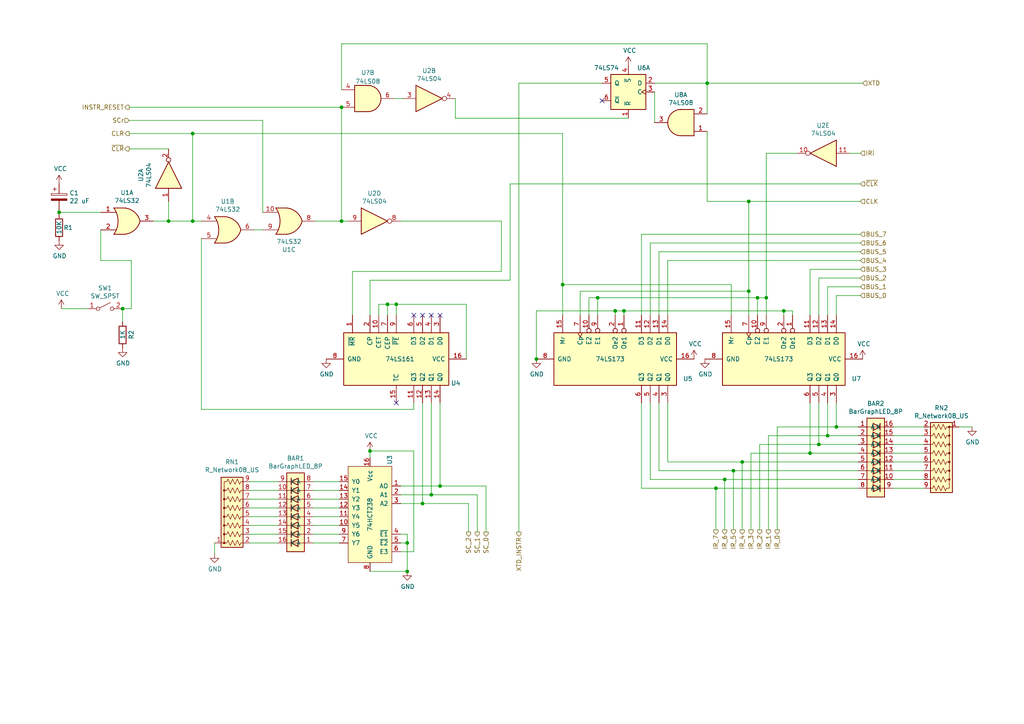
<source format=kicad_sch>
(kicad_sch (version 20211123) (generator eeschema)
  (paper "A4")
  (title_block (title "8 Bit Instruction Register with Extended Flag") (rev "2"))
  (lib_symbols
    (symbol "74xx:74LS04"
      (property "Reference" "U" (at 0 1.27 0))
      (property "Value" "74LS04" (at 0 -1.27 0))
      (symbol "74LS04_1_0"
        (polyline (pts (xy -3.81 3.81) (xy -3.81 -3.81) (xy 3.81 0) (xy -3.81 3.81)) (stroke (width 0.254)) (fill (type background)))
        (pin input line (at -7.62 0 0) (length 3.81) (name "~") (number "1"))
        (pin output inverted (at 7.62 0 180) (length 3.81) (name "~") (number "2"))
      )
      (symbol "74LS04_2_0"
        (polyline (pts (xy -3.81 3.81) (xy -3.81 -3.81) (xy 3.81 0) (xy -3.81 3.81)) (stroke (width 0.254)) (fill (type background)))
        (pin input line (at -7.62 0 0) (length 3.81) (name "~") (number "3"))
        (pin output inverted (at 7.62 0 180) (length 3.81) (name "~") (number "4"))
      )
      (symbol "74LS04_3_0"
        (polyline (pts (xy -3.81 3.81) (xy -3.81 -3.81) (xy 3.81 0) (xy -3.81 3.81)) (stroke (width 0.254)) (fill (type background)))
        (pin input line (at -7.62 0 0) (length 3.81) (name "~") (number "5"))
        (pin output inverted (at 7.62 0 180) (length 3.81) (name "~") (number "6"))
      )
      (symbol "74LS04_4_0"
        (polyline (pts (xy -3.81 3.81) (xy -3.81 -3.81) (xy 3.81 0) (xy -3.81 3.81)) (stroke (width 0.254)) (fill (type background)))
        (pin output inverted (at 7.62 0 180) (length 3.81) (name "~") (number "8"))
        (pin input line (at -7.62 0 0) (length 3.81) (name "~") (number "9"))
      )
      (symbol "74LS04_5_0"
        (polyline (pts (xy -3.81 3.81) (xy -3.81 -3.81) (xy 3.81 0) (xy -3.81 3.81)) (stroke (width 0.254)) (fill (type background)))
        (pin output inverted (at 7.62 0 180) (length 3.81) (name "~") (number "10"))
        (pin input line (at -7.62 0 0) (length 3.81) (name "~") (number "11"))
      )
      (symbol "74LS04_6_0"
        (polyline (pts (xy -3.81 3.81) (xy -3.81 -3.81) (xy 3.81 0) (xy -3.81 3.81)) (stroke (width 0.254)) (fill (type background)))
        (pin output inverted (at 7.62 0 180) (length 3.81) (name "~") (number "12"))
        (pin input line (at -7.62 0 0) (length 3.81) (name "~") (number "13"))
      )
      (symbol "74LS04_7_0"
        (pin power_in line (at 0 12.7 270) (length 5.08) (name "VCC") (number "14"))
        (pin power_in line (at 0 -12.7 90) (length 5.08) (name "GND") (number "7"))
      )
      (symbol "74LS04_7_1"
        (rectangle (start -5.08 7.62) (end 5.08 -7.62) (stroke (width 0.254)) (fill (type background)))
      )
    )
    (symbol "74xx:74LS08" (pin_names (offset 1.016))
      (property "Reference" "U" (at 0 1.27 0))
      (property "Value" "74LS08" (at 0 -1.27 0))
      (symbol "74LS08_1_1"
        (arc (start 0 -3.81) (mid 3.81 0) (end 0 3.81) (stroke (width 0.254)) (fill (type background)))
        (polyline (pts (xy 0 3.81) (xy -3.81 3.81) (xy -3.81 -3.81) (xy 0 -3.81)) (stroke (width 0.254)) (fill (type background)))
        (pin input line (at -7.62 2.54 0) (length 3.81) (name "~") (number "1"))
        (pin input line (at -7.62 -2.54 0) (length 3.81) (name "~") (number "2"))
        (pin output line (at 7.62 0 180) (length 3.81) (name "~") (number "3"))
      )
      (symbol "74LS08_1_2"
        (arc (start -3.81 -3.81) (mid -2.589 0) (end -3.81 3.81) (stroke (width 0.254)))
        (arc (start -0.6096 -3.81) (mid 2.1842 -2.5851) (end 3.81 0) (stroke (width 0.254)) (fill (type background)))
        (polyline (pts (xy -3.81 -3.81) (xy -0.635 -3.81)) (stroke (width 0.254)) (fill (type background)))
        (polyline (pts (xy -3.81 3.81) (xy -0.635 3.81)) (stroke (width 0.254)) (fill (type background)))
        (polyline (pts (xy -0.635 3.81) (xy -3.81 3.81) (xy -3.81 3.81) (xy -3.556 3.4036) (xy -3.0226 2.2606) (xy -2.6924 1.0414) (xy -2.6162 -0.254) (xy -2.7686 -1.4986) (xy -3.175 -2.7178) (xy -3.81 -3.81) (xy -3.81 -3.81) (xy -0.635 -3.81)) (stroke (width -25.4)) (fill (type background)))
        (arc (start 3.81 0) (mid 2.1915 2.5936) (end -0.6096 3.81) (stroke (width 0.254)) (fill (type background)))
        (pin input inverted (at -7.62 2.54 0) (length 4.318) (name "~") (number "1"))
        (pin input inverted (at -7.62 -2.54 0) (length 4.318) (name "~") (number "2"))
        (pin output inverted (at 7.62 0 180) (length 3.81) (name "~") (number "3"))
      )
      (symbol "74LS08_2_1"
        (arc (start 0 -3.81) (mid 3.81 0) (end 0 3.81) (stroke (width 0.254)) (fill (type background)))
        (polyline (pts (xy 0 3.81) (xy -3.81 3.81) (xy -3.81 -3.81) (xy 0 -3.81)) (stroke (width 0.254)) (fill (type background)))
        (pin input line (at -7.62 2.54 0) (length 3.81) (name "~") (number "4"))
        (pin input line (at -7.62 -2.54 0) (length 3.81) (name "~") (number "5"))
        (pin output line (at 7.62 0 180) (length 3.81) (name "~") (number "6"))
      )
      (symbol "74LS08_2_2"
        (arc (start -3.81 -3.81) (mid -2.589 0) (end -3.81 3.81) (stroke (width 0.254)))
        (arc (start -0.6096 -3.81) (mid 2.1842 -2.5851) (end 3.81 0) (stroke (width 0.254)) (fill (type background)))
        (polyline (pts (xy -3.81 -3.81) (xy -0.635 -3.81)) (stroke (width 0.254)) (fill (type background)))
        (polyline (pts (xy -3.81 3.81) (xy -0.635 3.81)) (stroke (width 0.254)) (fill (type background)))
        (polyline (pts (xy -0.635 3.81) (xy -3.81 3.81) (xy -3.81 3.81) (xy -3.556 3.4036) (xy -3.0226 2.2606) (xy -2.6924 1.0414) (xy -2.6162 -0.254) (xy -2.7686 -1.4986) (xy -3.175 -2.7178) (xy -3.81 -3.81) (xy -3.81 -3.81) (xy -0.635 -3.81)) (stroke (width -25.4)) (fill (type background)))
        (arc (start 3.81 0) (mid 2.1915 2.5936) (end -0.6096 3.81) (stroke (width 0.254)) (fill (type background)))
        (pin input inverted (at -7.62 2.54 0) (length 4.318) (name "~") (number "4"))
        (pin input inverted (at -7.62 -2.54 0) (length 4.318) (name "~") (number "5"))
        (pin output inverted (at 7.62 0 180) (length 3.81) (name "~") (number "6"))
      )
      (symbol "74LS08_3_1"
        (arc (start 0 -3.81) (mid 3.81 0) (end 0 3.81) (stroke (width 0.254)) (fill (type background)))
        (polyline (pts (xy 0 3.81) (xy -3.81 3.81) (xy -3.81 -3.81) (xy 0 -3.81)) (stroke (width 0.254)) (fill (type background)))
        (pin input line (at -7.62 -2.54 0) (length 3.81) (name "~") (number "10"))
        (pin output line (at 7.62 0 180) (length 3.81) (name "~") (number "8"))
        (pin input line (at -7.62 2.54 0) (length 3.81) (name "~") (number "9"))
      )
      (symbol "74LS08_3_2"
        (arc (start -3.81 -3.81) (mid -2.589 0) (end -3.81 3.81) (stroke (width 0.254)))
        (arc (start -0.6096 -3.81) (mid 2.1842 -2.5851) (end 3.81 0) (stroke (width 0.254)) (fill (type background)))
        (polyline (pts (xy -3.81 -3.81) (xy -0.635 -3.81)) (stroke (width 0.254)) (fill (type background)))
        (polyline (pts (xy -3.81 3.81) (xy -0.635 3.81)) (stroke (width 0.254)) (fill (type background)))
        (polyline (pts (xy -0.635 3.81) (xy -3.81 3.81) (xy -3.81 3.81) (xy -3.556 3.4036) (xy -3.0226 2.2606) (xy -2.6924 1.0414) (xy -2.6162 -0.254) (xy -2.7686 -1.4986) (xy -3.175 -2.7178) (xy -3.81 -3.81) (xy -3.81 -3.81) (xy -0.635 -3.81)) (stroke (width -25.4)) (fill (type background)))
        (arc (start 3.81 0) (mid 2.1915 2.5936) (end -0.6096 3.81) (stroke (width 0.254)) (fill (type background)))
        (pin input inverted (at -7.62 -2.54 0) (length 4.318) (name "~") (number "10"))
        (pin output inverted (at 7.62 0 180) (length 3.81) (name "~") (number "8"))
        (pin input inverted (at -7.62 2.54 0) (length 4.318) (name "~") (number "9"))
      )
      (symbol "74LS08_4_1"
        (arc (start 0 -3.81) (mid 3.81 0) (end 0 3.81) (stroke (width 0.254)) (fill (type background)))
        (polyline (pts (xy 0 3.81) (xy -3.81 3.81) (xy -3.81 -3.81) (xy 0 -3.81)) (stroke (width 0.254)) (fill (type background)))
        (pin output line (at 7.62 0 180) (length 3.81) (name "~") (number "11"))
        (pin input line (at -7.62 2.54 0) (length 3.81) (name "~") (number "12"))
        (pin input line (at -7.62 -2.54 0) (length 3.81) (name "~") (number "13"))
      )
      (symbol "74LS08_4_2"
        (arc (start -3.81 -3.81) (mid -2.589 0) (end -3.81 3.81) (stroke (width 0.254)))
        (arc (start -0.6096 -3.81) (mid 2.1842 -2.5851) (end 3.81 0) (stroke (width 0.254)) (fill (type background)))
        (polyline (pts (xy -3.81 -3.81) (xy -0.635 -3.81)) (stroke (width 0.254)) (fill (type background)))
        (polyline (pts (xy -3.81 3.81) (xy -0.635 3.81)) (stroke (width 0.254)) (fill (type background)))
        (polyline (pts (xy -0.635 3.81) (xy -3.81 3.81) (xy -3.81 3.81) (xy -3.556 3.4036) (xy -3.0226 2.2606) (xy -2.6924 1.0414) (xy -2.6162 -0.254) (xy -2.7686 -1.4986) (xy -3.175 -2.7178) (xy -3.81 -3.81) (xy -3.81 -3.81) (xy -0.635 -3.81)) (stroke (width -25.4)) (fill (type background)))
        (arc (start 3.81 0) (mid 2.1915 2.5936) (end -0.6096 3.81) (stroke (width 0.254)) (fill (type background)))
        (pin output inverted (at 7.62 0 180) (length 3.81) (name "~") (number "11"))
        (pin input inverted (at -7.62 2.54 0) (length 4.318) (name "~") (number "12"))
        (pin input inverted (at -7.62 -2.54 0) (length 4.318) (name "~") (number "13"))
      )
      (symbol "74LS08_5_0"
        (pin power_in line (at 0 12.7 270) (length 5.08) (name "VCC") (number "14"))
        (pin power_in line (at 0 -12.7 90) (length 5.08) (name "GND") (number "7"))
      )
      (symbol "74LS08_5_1"
        (rectangle (start -5.08 7.62) (end 5.08 -7.62) (stroke (width 0.254)) (fill (type background)))
      )
    )
    (symbol "74xx:74LS161" (pin_names (offset 1.016))
      (property "Reference" "U" (at -7.62 16.51 0))
      (property "Value" "74LS161" (at -7.62 -16.51 0))
      (symbol "74LS161_1_0"
        (pin input line (at -12.7 -12.7 0) (length 5.08) (name "~{MR}") (number "1"))
        (pin input line (at -12.7 -5.08 0) (length 5.08) (name "CET") (number "10"))
        (pin output line (at 12.7 5.08 180) (length 5.08) (name "Q3") (number "11"))
        (pin output line (at 12.7 7.62 180) (length 5.08) (name "Q2") (number "12"))
        (pin output line (at 12.7 10.16 180) (length 5.08) (name "Q1") (number "13"))
        (pin output line (at 12.7 12.7 180) (length 5.08) (name "Q0") (number "14"))
        (pin output line (at 12.7 0 180) (length 5.08) (name "TC") (number "15"))
        (pin power_in line (at 0 20.32 270) (length 5.08) (name "VCC") (number "16"))
        (pin input line (at -12.7 -7.62 0) (length 5.08) (name "CP") (number "2"))
        (pin input line (at -12.7 12.7 0) (length 5.08) (name "D0") (number "3"))
        (pin input line (at -12.7 10.16 0) (length 5.08) (name "D1") (number "4"))
        (pin input line (at -12.7 7.62 0) (length 5.08) (name "D2") (number "5"))
        (pin input line (at -12.7 5.08 0) (length 5.08) (name "D3") (number "6"))
        (pin input line (at -12.7 -2.54 0) (length 5.08) (name "CEP") (number "7"))
        (pin power_in line (at 0 -20.32 90) (length 5.08) (name "GND") (number "8"))
        (pin input line (at -12.7 0 0) (length 5.08) (name "~{PE}") (number "9"))
      )
      (symbol "74LS161_1_1"
        (rectangle (start -7.62 15.24) (end 7.62 -15.24) (stroke (width 0.254)) (fill (type background)))
      )
    )
    (symbol "74xx:74LS173" (pin_names (offset 1.016))
      (property "Reference" "U" (at -7.62 19.05 0))
      (property "Value" "74LS173" (at -7.62 -19.05 0))
      (symbol "74LS173_1_0"
        (pin input inverted (at -12.7 2.54 0) (length 5.08) (name "Oe1") (number "1"))
        (pin input inverted (at -12.7 -7.62 0) (length 5.08) (name "E2") (number "10"))
        (pin input line (at -12.7 7.62 0) (length 5.08) (name "D3") (number "11"))
        (pin input line (at -12.7 10.16 0) (length 5.08) (name "D2") (number "12"))
        (pin input line (at -12.7 12.7 0) (length 5.08) (name "D1") (number "13"))
        (pin input line (at -12.7 15.24 0) (length 5.08) (name "D0") (number "14"))
        (pin input line (at -12.7 -15.24 0) (length 5.08) (name "Mr") (number "15"))
        (pin power_in line (at 0 22.86 270) (length 5.08) (name "VCC") (number "16"))
        (pin input inverted (at -12.7 0 0) (length 5.08) (name "Oe2") (number "2"))
        (pin tri_state line (at 12.7 15.24 180) (length 5.08) (name "Q0") (number "3"))
        (pin tri_state line (at 12.7 12.7 180) (length 5.08) (name "Q1") (number "4"))
        (pin tri_state line (at 12.7 10.16 180) (length 5.08) (name "Q2") (number "5"))
        (pin tri_state line (at 12.7 7.62 180) (length 5.08) (name "Q3") (number "6"))
        (pin input clock (at -12.7 -10.16 0) (length 5.08) (name "Cp") (number "7"))
        (pin power_in line (at 0 -22.86 90) (length 5.08) (name "GND") (number "8"))
        (pin input inverted (at -12.7 -5.08 0) (length 5.08) (name "E1") (number "9"))
      )
      (symbol "74LS173_1_1"
        (rectangle (start -7.62 17.78) (end 7.62 -17.78) (stroke (width 0.254)) (fill (type background)))
      )
    )
    (symbol "74xx:74LS32" (pin_names (offset 1.016))
      (property "Reference" "U" (at 0 1.27 0))
      (property "Value" "74LS32" (at 0 -1.27 0))
      (symbol "74LS32_1_1"
        (arc (start -3.81 -3.81) (mid -2.589 0) (end -3.81 3.81) (stroke (width 0.254)))
        (arc (start -0.6096 -3.81) (mid 2.1842 -2.5851) (end 3.81 0) (stroke (width 0.254)) (fill (type background)))
        (polyline (pts (xy -3.81 -3.81) (xy -0.635 -3.81)) (stroke (width 0.254)) (fill (type background)))
        (polyline (pts (xy -3.81 3.81) (xy -0.635 3.81)) (stroke (width 0.254)) (fill (type background)))
        (polyline (pts (xy -0.635 3.81) (xy -3.81 3.81) (xy -3.81 3.81) (xy -3.556 3.4036) (xy -3.0226 2.2606) (xy -2.6924 1.0414) (xy -2.6162 -0.254) (xy -2.7686 -1.4986) (xy -3.175 -2.7178) (xy -3.81 -3.81) (xy -3.81 -3.81) (xy -0.635 -3.81)) (stroke (width -25.4)) (fill (type background)))
        (arc (start 3.81 0) (mid 2.1915 2.5936) (end -0.6096 3.81) (stroke (width 0.254)) (fill (type background)))
        (pin input line (at -7.62 2.54 0) (length 4.318) (name "~") (number "1"))
        (pin input line (at -7.62 -2.54 0) (length 4.318) (name "~") (number "2"))
        (pin output line (at 7.62 0 180) (length 3.81) (name "~") (number "3"))
      )
      (symbol "74LS32_1_2"
        (arc (start 0 -3.81) (mid 3.81 0) (end 0 3.81) (stroke (width 0.254)) (fill (type background)))
        (polyline (pts (xy 0 3.81) (xy -3.81 3.81) (xy -3.81 -3.81) (xy 0 -3.81)) (stroke (width 0.254)) (fill (type background)))
        (pin input inverted (at -7.62 2.54 0) (length 3.81) (name "~") (number "1"))
        (pin input inverted (at -7.62 -2.54 0) (length 3.81) (name "~") (number "2"))
        (pin output inverted (at 7.62 0 180) (length 3.81) (name "~") (number "3"))
      )
      (symbol "74LS32_2_1"
        (arc (start -3.81 -3.81) (mid -2.589 0) (end -3.81 3.81) (stroke (width 0.254)))
        (arc (start -0.6096 -3.81) (mid 2.1842 -2.5851) (end 3.81 0) (stroke (width 0.254)) (fill (type background)))
        (polyline (pts (xy -3.81 -3.81) (xy -0.635 -3.81)) (stroke (width 0.254)) (fill (type background)))
        (polyline (pts (xy -3.81 3.81) (xy -0.635 3.81)) (stroke (width 0.254)) (fill (type background)))
        (polyline (pts (xy -0.635 3.81) (xy -3.81 3.81) (xy -3.81 3.81) (xy -3.556 3.4036) (xy -3.0226 2.2606) (xy -2.6924 1.0414) (xy -2.6162 -0.254) (xy -2.7686 -1.4986) (xy -3.175 -2.7178) (xy -3.81 -3.81) (xy -3.81 -3.81) (xy -0.635 -3.81)) (stroke (width -25.4)) (fill (type background)))
        (arc (start 3.81 0) (mid 2.1915 2.5936) (end -0.6096 3.81) (stroke (width 0.254)) (fill (type background)))
        (pin input line (at -7.62 2.54 0) (length 4.318) (name "~") (number "4"))
        (pin input line (at -7.62 -2.54 0) (length 4.318) (name "~") (number "5"))
        (pin output line (at 7.62 0 180) (length 3.81) (name "~") (number "6"))
      )
      (symbol "74LS32_2_2"
        (arc (start 0 -3.81) (mid 3.81 0) (end 0 3.81) (stroke (width 0.254)) (fill (type background)))
        (polyline (pts (xy 0 3.81) (xy -3.81 3.81) (xy -3.81 -3.81) (xy 0 -3.81)) (stroke (width 0.254)) (fill (type background)))
        (pin input inverted (at -7.62 2.54 0) (length 3.81) (name "~") (number "4"))
        (pin input inverted (at -7.62 -2.54 0) (length 3.81) (name "~") (number "5"))
        (pin output inverted (at 7.62 0 180) (length 3.81) (name "~") (number "6"))
      )
      (symbol "74LS32_3_1"
        (arc (start -3.81 -3.81) (mid -2.589 0) (end -3.81 3.81) (stroke (width 0.254)))
        (arc (start -0.6096 -3.81) (mid 2.1842 -2.5851) (end 3.81 0) (stroke (width 0.254)) (fill (type background)))
        (polyline (pts (xy -3.81 -3.81) (xy -0.635 -3.81)) (stroke (width 0.254)) (fill (type background)))
        (polyline (pts (xy -3.81 3.81) (xy -0.635 3.81)) (stroke (width 0.254)) (fill (type background)))
        (polyline (pts (xy -0.635 3.81) (xy -3.81 3.81) (xy -3.81 3.81) (xy -3.556 3.4036) (xy -3.0226 2.2606) (xy -2.6924 1.0414) (xy -2.6162 -0.254) (xy -2.7686 -1.4986) (xy -3.175 -2.7178) (xy -3.81 -3.81) (xy -3.81 -3.81) (xy -0.635 -3.81)) (stroke (width -25.4)) (fill (type background)))
        (arc (start 3.81 0) (mid 2.1915 2.5936) (end -0.6096 3.81) (stroke (width 0.254)) (fill (type background)))
        (pin input line (at -7.62 -2.54 0) (length 4.318) (name "~") (number "10"))
        (pin output line (at 7.62 0 180) (length 3.81) (name "~") (number "8"))
        (pin input line (at -7.62 2.54 0) (length 4.318) (name "~") (number "9"))
      )
      (symbol "74LS32_3_2"
        (arc (start 0 -3.81) (mid 3.81 0) (end 0 3.81) (stroke (width 0.254)) (fill (type background)))
        (polyline (pts (xy 0 3.81) (xy -3.81 3.81) (xy -3.81 -3.81) (xy 0 -3.81)) (stroke (width 0.254)) (fill (type background)))
        (pin input inverted (at -7.62 -2.54 0) (length 3.81) (name "~") (number "10"))
        (pin output inverted (at 7.62 0 180) (length 3.81) (name "~") (number "8"))
        (pin input inverted (at -7.62 2.54 0) (length 3.81) (name "~") (number "9"))
      )
      (symbol "74LS32_4_1"
        (arc (start -3.81 -3.81) (mid -2.589 0) (end -3.81 3.81) (stroke (width 0.254)))
        (arc (start -0.6096 -3.81) (mid 2.1842 -2.5851) (end 3.81 0) (stroke (width 0.254)) (fill (type background)))
        (polyline (pts (xy -3.81 -3.81) (xy -0.635 -3.81)) (stroke (width 0.254)) (fill (type background)))
        (polyline (pts (xy -3.81 3.81) (xy -0.635 3.81)) (stroke (width 0.254)) (fill (type background)))
        (polyline (pts (xy -0.635 3.81) (xy -3.81 3.81) (xy -3.81 3.81) (xy -3.556 3.4036) (xy -3.0226 2.2606) (xy -2.6924 1.0414) (xy -2.6162 -0.254) (xy -2.7686 -1.4986) (xy -3.175 -2.7178) (xy -3.81 -3.81) (xy -3.81 -3.81) (xy -0.635 -3.81)) (stroke (width -25.4)) (fill (type background)))
        (arc (start 3.81 0) (mid 2.1915 2.5936) (end -0.6096 3.81) (stroke (width 0.254)) (fill (type background)))
        (pin output line (at 7.62 0 180) (length 3.81) (name "~") (number "11"))
        (pin input line (at -7.62 2.54 0) (length 4.318) (name "~") (number "12"))
        (pin input line (at -7.62 -2.54 0) (length 4.318) (name "~") (number "13"))
      )
      (symbol "74LS32_4_2"
        (arc (start 0 -3.81) (mid 3.81 0) (end 0 3.81) (stroke (width 0.254)) (fill (type background)))
        (polyline (pts (xy 0 3.81) (xy -3.81 3.81) (xy -3.81 -3.81) (xy 0 -3.81)) (stroke (width 0.254)) (fill (type background)))
        (pin output inverted (at 7.62 0 180) (length 3.81) (name "~") (number "11"))
        (pin input inverted (at -7.62 2.54 0) (length 3.81) (name "~") (number "12"))
        (pin input inverted (at -7.62 -2.54 0) (length 3.81) (name "~") (number "13"))
      )
      (symbol "74LS32_5_0"
        (pin power_in line (at 0 12.7 270) (length 5.08) (name "VCC") (number "14"))
        (pin power_in line (at 0 -12.7 90) (length 5.08) (name "GND") (number "7"))
      )
      (symbol "74LS32_5_1"
        (rectangle (start -5.08 7.62) (end 5.08 -7.62) (stroke (width 0.254)) (fill (type background)))
      )
    )
    (symbol "74xx:74LS74" (pin_names (offset 1.016))
      (property "Reference" "U" (at -7.62 8.89 0))
      (property "Value" "74LS74" (at -7.62 -8.89 0))
      (symbol "74LS74_1_0"
        (pin input line (at 0 -7.62 90) (length 2.54) (name "~{R}") (number "1"))
        (pin input line (at -7.62 2.54 0) (length 2.54) (name "D") (number "2"))
        (pin input clock (at -7.62 0 0) (length 2.54) (name "C") (number "3"))
        (pin input line (at 0 7.62 270) (length 2.54) (name "~{S}") (number "4"))
        (pin output line (at 7.62 2.54 180) (length 2.54) (name "Q") (number "5"))
        (pin output line (at 7.62 -2.54 180) (length 2.54) (name "~{Q}") (number "6"))
      )
      (symbol "74LS74_1_1"
        (rectangle (start -5.08 5.08) (end 5.08 -5.08) (stroke (width 0.254)) (fill (type background)))
      )
      (symbol "74LS74_2_0"
        (pin input line (at 0 7.62 270) (length 2.54) (name "~{S}") (number "10"))
        (pin input clock (at -7.62 0 0) (length 2.54) (name "C") (number "11"))
        (pin input line (at -7.62 2.54 0) (length 2.54) (name "D") (number "12"))
        (pin input line (at 0 -7.62 90) (length 2.54) (name "~{R}") (number "13"))
        (pin output line (at 7.62 -2.54 180) (length 2.54) (name "~{Q}") (number "8"))
        (pin output line (at 7.62 2.54 180) (length 2.54) (name "Q") (number "9"))
      )
      (symbol "74LS74_2_1"
        (rectangle (start -5.08 5.08) (end 5.08 -5.08) (stroke (width 0.254)) (fill (type background)))
      )
      (symbol "74LS74_3_0"
        (pin power_in line (at 0 10.16 270) (length 2.54) (name "VCC") (number "14"))
        (pin power_in line (at 0 -10.16 90) (length 2.54) (name "GND") (number "7"))
      )
      (symbol "74LS74_3_1"
        (rectangle (start -5.08 7.62) (end 5.08 -7.62) (stroke (width 0.254)) (fill (type background)))
      )
    )
    (symbol "Device:R" (pin_numbers hide) (pin_names (offset 0))
      (property "Reference" "R" (at 2.032 0 90))
      (property "Value" "R" (at 0 0 90))
      (symbol "R_0_1"
        (rectangle (start -1.016 -2.54) (end 1.016 2.54) (stroke (width 0.254)))
      )
      (symbol "R_1_1"
        (pin passive line (at 0 3.81 270) (length 1.27) (name "~") (number "1"))
        (pin passive line (at 0 -3.81 90) (length 1.27) (name "~") (number "2"))
      )
    )
    (symbol "Device:R_Network08_US" (pin_names (offset 0) hide)
      (property "Reference" "RN" (at -12.7 0 90))
      (property "Value" "R_Network08_US" (at 10.16 0 90))
      (symbol "R_Network08_US_0_1"
        (rectangle (start -11.43 -3.175) (end 8.89 3.175) (stroke (width 0.254)) (fill (type background)))
        (circle (center -10.16 2.286) (radius 0.254) (fill (type outline)))
        (circle (center -7.62 2.286) (radius 0.254) (fill (type outline)))
        (circle (center -5.08 2.286) (radius 0.254) (fill (type outline)))
        (circle (center -2.54 2.286) (radius 0.254) (fill (type outline)))
        (polyline (pts (xy -10.16 2.286) (xy 7.62 2.286)))
        (polyline (pts (xy -10.16 2.286) (xy -10.16 1.524) (xy -9.398 1.1684) (xy -10.922 0.508) (xy -9.398 -0.1524) (xy -10.922 -0.8382) (xy -9.398 -1.524) (xy -10.922 -2.1844) (xy -10.16 -2.54) (xy -10.16 -3.81)))
        (polyline (pts (xy -7.62 2.286) (xy -7.62 1.524) (xy -6.858 1.1684) (xy -8.382 0.508) (xy -6.858 -0.1524) (xy -8.382 -0.8382) (xy -6.858 -1.524) (xy -8.382 -2.1844) (xy -7.62 -2.54) (xy -7.62 -3.81)))
        (polyline (pts (xy -5.08 2.286) (xy -5.08 1.524) (xy -4.318 1.1684) (xy -5.842 0.508) (xy -4.318 -0.1524) (xy -5.842 -0.8382) (xy -4.318 -1.524) (xy -5.842 -2.1844) (xy -5.08 -2.54) (xy -5.08 -3.81)))
        (polyline (pts (xy -2.54 2.286) (xy -2.54 1.524) (xy -1.778 1.1684) (xy -3.302 0.508) (xy -1.778 -0.1524) (xy -3.302 -0.8382) (xy -1.778 -1.524) (xy -3.302 -2.1844) (xy -2.54 -2.54) (xy -2.54 -3.81)))
        (polyline (pts (xy 0 2.286) (xy 0 1.524) (xy 0.762 1.1684) (xy -0.762 0.508) (xy 0.762 -0.1524) (xy -0.762 -0.8382) (xy 0.762 -1.524) (xy -0.762 -2.1844) (xy 0 -2.54) (xy 0 -3.81)))
        (polyline (pts (xy 2.54 2.286) (xy 2.54 1.524) (xy 3.302 1.1684) (xy 1.778 0.508) (xy 3.302 -0.1524) (xy 1.778 -0.8382) (xy 3.302 -1.524) (xy 1.778 -2.1844) (xy 2.54 -2.54) (xy 2.54 -3.81)))
        (polyline (pts (xy 5.08 2.286) (xy 5.08 1.524) (xy 5.842 1.1684) (xy 4.318 0.508) (xy 5.842 -0.1524) (xy 4.318 -0.8382) (xy 5.842 -1.524) (xy 4.318 -2.1844) (xy 5.08 -2.54) (xy 5.08 -3.81)))
        (polyline (pts (xy 7.62 2.286) (xy 7.62 1.524) (xy 8.382 1.1684) (xy 6.858 0.508) (xy 8.382 -0.1524) (xy 6.858 -0.8382) (xy 8.382 -1.524) (xy 6.858 -2.1844) (xy 7.62 -2.54) (xy 7.62 -3.81)))
        (circle (center 0 2.286) (radius 0.254) (fill (type outline)))
        (circle (center 2.54 2.286) (radius 0.254) (fill (type outline)))
        (circle (center 5.08 2.286) (radius 0.254) (fill (type outline)))
      )
      (symbol "R_Network08_US_1_1"
        (pin passive line (at -10.16 5.08 270) (length 2.54) (name "common") (number "1"))
        (pin passive line (at -10.16 -5.08 90) (length 1.27) (name "R1") (number "2"))
        (pin passive line (at -7.62 -5.08 90) (length 1.27) (name "R2") (number "3"))
        (pin passive line (at -5.08 -5.08 90) (length 1.27) (name "R3") (number "4"))
        (pin passive line (at -2.54 -5.08 90) (length 1.27) (name "R4") (number "5"))
        (pin passive line (at 0 -5.08 90) (length 1.27) (name "R5") (number "6"))
        (pin passive line (at 2.54 -5.08 90) (length 1.27) (name "R6") (number "7"))
        (pin passive line (at 5.08 -5.08 90) (length 1.27) (name "R7") (number "8"))
        (pin passive line (at 7.62 -5.08 90) (length 1.27) (name "R8") (number "9"))
      )
    )
    (symbol "Switch:SW_SPST" (pin_names (offset 0) hide)
      (property "Reference" "SW" (at 0 3.175 0))
      (property "Value" "SW_SPST" (at 0 -2.54 0))
      (symbol "SW_SPST_0_0"
        (circle (center -2.032 0) (radius 0.508))
        (polyline (pts (xy -1.524 0.254) (xy 1.524 1.778)))
        (circle (center 2.032 0) (radius 0.508))
      )
      (symbol "SW_SPST_1_1"
        (pin passive line (at -5.08 0 0) (length 2.54) (name "A") (number "1"))
        (pin passive line (at 5.08 0 180) (length 2.54) (name "B") (number "2"))
      )
    )
    (symbol "common-symbols:74HCT238" (pin_names (offset 1.016))
      (property "Reference" "U" (at 15.875 31.115 0))
      (property "Value" "74HCT238" (at 0 0 90))
      (symbol "74HCT238_0_0"
        (pin input line (at -8.89 7.62 0) (length 2.54) (name "AO") (number "1"))
        (pin output line (at 8.89 -3.81 180) (length 2.54) (name "Y5") (number "10"))
        (pin output line (at 8.89 -1.27 180) (length 2.54) (name "Y4") (number "11"))
        (pin output line (at 8.89 1.27 180) (length 2.54) (name "Y3") (number "12"))
        (pin output line (at 8.89 3.81 180) (length 2.54) (name "Y2") (number "13"))
        (pin output line (at 8.89 6.35 180) (length 2.54) (name "Y1") (number "14"))
        (pin output line (at 8.89 8.89 180) (length 2.54) (name "Y0") (number "15"))
        (pin power_in line (at 0 15.875 270) (length 2.54) (name "Vcc") (number "16"))
        (pin input line (at -8.89 5.08 0) (length 2.54) (name "A1") (number "2"))
        (pin input line (at -8.89 2.54 0) (length 2.54) (name "A2") (number "3"))
        (pin input line (at -8.89 -6.35 0) (length 2.54) (name "~{E1}") (number "4"))
        (pin input line (at -8.89 -8.89 0) (length 2.54) (name "~{E2}") (number "5"))
        (pin input line (at -8.89 -11.43 0) (length 2.54) (name "E3") (number "6"))
        (pin output line (at 8.89 -8.89 180) (length 2.54) (name "Y7") (number "7"))
        (pin power_in line (at 0 -17.145 90) (length 2.54) (name "GND") (number "8"))
        (pin output line (at 8.89 -6.35 180) (length 2.54) (name "Y6") (number "9"))
      )
      (symbol "74HCT238_0_1"
        (rectangle (start 6.35 -14.605) (end -6.35 13.335) (fill (type background)))
      )
    )
    (symbol "common-symbols:BarGraphLED_8P" (pin_names (offset 1.016))
      (property "Reference" "BAR" (at 0 13.97 0))
      (property "Value" "BarGraphLED_8P" (at 0 -12.065 0))
      (symbol "BarGraphLED_8P_1_1"
        (rectangle (start -2.54 12.7) (end 2.54 -10.16) (stroke (width 0.254)) (fill (type background)))
        (polyline (pts (xy -2.54 -7.62) (xy 2.54 -7.62)))
        (polyline (pts (xy -2.54 -5.08) (xy 2.54 -5.08)))
        (polyline (pts (xy -2.54 0) (xy 2.54 0)))
        (polyline (pts (xy -2.54 5.08) (xy 2.54 5.08)))
        (polyline (pts (xy -2.54 7.62) (xy 2.54 7.62)))
        (polyline (pts (xy -2.54 10.16) (xy 2.54 10.16)))
        (polyline (pts (xy 1.27 -6.604) (xy 1.27 -8.636)) (stroke (width 0.254)))
        (polyline (pts (xy 1.27 -4.064) (xy 1.27 -6.096)) (stroke (width 0.254)))
        (polyline (pts (xy 1.27 -1.524) (xy 1.27 -3.556)) (stroke (width 0.254)))
        (polyline (pts (xy 1.27 1.016) (xy 1.27 -1.016)) (stroke (width 0.254)))
        (polyline (pts (xy 1.27 3.556) (xy 1.27 1.524)) (stroke (width 0.254)))
        (polyline (pts (xy 1.27 6.096) (xy 1.27 4.064)) (stroke (width 0.254)))
        (polyline (pts (xy 1.27 8.636) (xy 1.27 6.604)) (stroke (width 0.254)))
        (polyline (pts (xy 1.27 11.176) (xy 1.27 9.144)) (stroke (width 0.254)))
        (polyline (pts (xy 2.54 -2.54) (xy -2.54 -2.54)))
        (polyline (pts (xy 2.54 2.54) (xy -2.54 2.54)))
        (polyline (pts (xy -0.762 -6.604) (xy -0.762 -8.636) (xy 1.27 -7.62) (xy -0.762 -6.604)) (stroke (width 0.254)))
        (polyline (pts (xy -0.762 -4.064) (xy -0.762 -6.096) (xy 1.27 -5.08) (xy -0.762 -4.064)) (stroke (width 0.254)))
        (polyline (pts (xy -0.762 -1.524) (xy -0.762 -3.556) (xy 1.27 -2.54) (xy -0.762 -1.524)) (stroke (width 0.254)))
        (polyline (pts (xy -0.762 1.016) (xy -0.762 -1.016) (xy 1.27 0) (xy -0.762 1.016)) (stroke (width 0.254)))
        (polyline (pts (xy -0.762 3.556) (xy -0.762 1.524) (xy 1.27 2.54) (xy -0.762 3.556)) (stroke (width 0.254)))
        (polyline (pts (xy -0.762 6.096) (xy -0.762 4.064) (xy 1.27 5.08) (xy -0.762 6.096)) (stroke (width 0.254)))
        (polyline (pts (xy -0.762 8.636) (xy -0.762 6.604) (xy 1.27 7.62) (xy -0.762 8.636)) (stroke (width 0.254)))
        (polyline (pts (xy -0.762 11.176) (xy -0.762 9.144) (xy 1.27 10.16) (xy -0.762 11.176)) (stroke (width 0.254)))
        (pin passive line (at -5.08 10.16 0) (length 2.54) (name "A") (number "1"))
        (pin passive line (at 5.08 -5.08 180) (length 2.54) (name "K") (number "10"))
        (pin passive line (at 5.08 -2.54 180) (length 2.54) (name "K") (number "11"))
        (pin passive line (at 5.08 0 180) (length 2.54) (name "K") (number "12"))
        (pin passive line (at 5.08 2.54 180) (length 2.54) (name "K") (number "13"))
        (pin passive line (at 5.08 5.08 180) (length 2.54) (name "K") (number "14"))
        (pin passive line (at 5.08 7.62 180) (length 2.54) (name "K") (number "15"))
        (pin passive line (at 5.08 10.16 180) (length 2.54) (name "K") (number "16"))
        (pin passive line (at -5.08 7.62 0) (length 2.54) (name "A") (number "2"))
        (pin passive line (at -5.08 5.08 0) (length 2.54) (name "A") (number "3"))
        (pin passive line (at -5.08 2.54 0) (length 2.54) (name "A") (number "4"))
        (pin passive line (at -5.08 0 0) (length 2.54) (name "A") (number "5"))
        (pin passive line (at -5.08 -2.54 0) (length 2.54) (name "A") (number "6"))
        (pin passive line (at -5.08 -5.08 0) (length 2.54) (name "A") (number "7"))
        (pin passive line (at -5.08 -7.62 0) (length 2.54) (name "A") (number "8"))
        (pin passive line (at 5.08 -7.62 180) (length 2.54) (name "K") (number "9"))
      )
    )
    (symbol "instruction-register-step-counter-rescue:CP-Device" (pin_numbers hide) (pin_names (offset 0.254))
      (property "Reference" "C" (at 0.635 2.54 0))
      (property "Value" "CP-Device" (at 0.635 -2.54 0))
      (symbol "CP-Device_0_1"
        (rectangle (start -2.286 0.508) (end 2.286 1.016))
        (polyline (pts (xy -1.778 2.286) (xy -0.762 2.286)))
        (polyline (pts (xy -1.27 2.794) (xy -1.27 1.778)))
        (rectangle (start 2.286 -0.508) (end -2.286 -1.016) (fill (type outline)))
      )
      (symbol "CP-Device_1_1"
        (pin passive line (at 0 3.81 270) (length 2.794) (name "~") (number "1"))
        (pin passive line (at 0 -3.81 90) (length 2.794) (name "~") (number "2"))
      )
    )
    (symbol "power:GND" (power) (pin_names (offset 0))
      (property "Value" "GND" (at 0 -3.81 0))
      (symbol "GND_0_1"
        (polyline (pts (xy 0 0) (xy 0 -1.27) (xy 1.27 -1.27) (xy 0 -2.54) (xy -1.27 -1.27) (xy 0 -1.27)))
      )
      (symbol "GND_1_1"
        (pin power_in line (at 0 0 270) (length 0) hide (name "GND") (number "1"))
      )
    )
    (symbol "power:VCC" (power) (pin_names (offset 0))
      (property "Value" "VCC" (at 0 3.81 0))
      (symbol "VCC_0_1"
        (polyline (pts (xy -0.762 1.27) (xy 0 2.54)))
        (polyline (pts (xy 0 0) (xy 0 2.54)))
        (polyline (pts (xy 0 2.54) (xy 0.762 1.27)))
      )
      (symbol "VCC_1_1"
        (pin power_in line (at 0 0 90) (length 0) hide (name "VCC") (number "1"))
      )
    )
  )
  (junction (at 242.57 123.825))
  (junction (at 107.315 130.81))
  (junction (at 240.03 126.365))
  (junction (at 48.895 64.135))
  (junction (at 112.395 88.265))
  (junction (at 55.88 64.135))
  (junction (at 180.975 90.17))
  (junction (at 215.265 133.985))
  (junction (at 237.49 128.905))
  (junction (at 118.11 157.48))
  (junction (at 55.88 38.735))
  (junction (at 205.105 24.13))
  (junction (at 17.145 61.595))
  (junction (at 222.25 86.36))
  (junction (at 217.17 84.455))
  (junction (at 173.355 86.36))
  (junction (at 35.56 89.535))
  (junction (at 207.645 141.605))
  (junction (at 99.06 64.135))
  (junction (at 122.555 146.05))
  (junction (at 210.185 139.065))
  (junction (at 125.095 143.51))
  (junction (at 217.17 58.42))
  (junction (at 227.33 90.17))
  (junction (at 118.11 165.735))
  (junction (at 99.06 31.115))
  (junction (at 212.725 136.525))
  (junction (at 127.635 140.97))
  (junction (at 178.435 90.17))
  (junction (at 219.71 86.36))
  (junction (at 163.195 82.55))
  (junction (at 114.935 88.265))
  (junction (at 234.95 131.445))
  (junction (at 155.575 104.14))
  (no_connect (at 174.625 29.21))
  (no_connect (at 120.015 91.44))
  (no_connect (at 122.555 91.44))
  (no_connect (at 114.935 116.84))
  (no_connect (at 127.635 91.44))
  (no_connect (at 125.095 91.44))
  (wire (pts (xy 189.865 24.13) (xy 205.105 24.13)))
  (wire (pts (xy 242.57 123.825) (xy 248.92 123.825)))
  (wire (pts (xy 17.145 60.96) (xy 17.145 61.595)))
  (wire (pts (xy 140.97 140.97) (xy 140.97 154.305)))
  (wire (pts (xy 212.725 136.525) (xy 248.92 136.525)))
  (wire (pts (xy 58.42 64.135) (xy 55.88 64.135)))
  (wire (pts (xy 163.195 82.55) (xy 163.195 91.44)))
  (wire (pts (xy 118.11 154.94) (xy 118.11 157.48)))
  (wire (pts (xy 72.39 157.48) (xy 80.645 157.48)))
  (wire (pts (xy 114.935 91.44) (xy 114.935 88.265)))
  (wire (pts (xy 98.425 139.7) (xy 90.805 139.7)))
  (wire (pts (xy 229.87 90.17) (xy 227.33 90.17)))
  (wire (pts (xy 135.89 146.05) (xy 135.89 154.305)))
  (wire (pts (xy 132.08 28.575) (xy 132.08 34.29)))
  (wire (pts (xy 109.855 88.265) (xy 109.855 91.44)))
  (wire (pts (xy 55.88 38.735) (xy 163.195 38.735)))
  (wire (pts (xy 210.185 139.065) (xy 188.595 139.065)))
  (wire (pts (xy 99.06 31.115) (xy 37.465 31.115)))
  (wire (pts (xy 116.205 64.135) (xy 145.415 64.135)))
  (wire (pts (xy 222.885 126.365) (xy 240.03 126.365)))
  (wire (pts (xy 222.885 126.365) (xy 222.885 153.67)))
  (wire (pts (xy 237.49 80.645) (xy 237.49 91.44)))
  (wire (pts (xy 170.815 86.36) (xy 173.355 86.36)))
  (wire (pts (xy 76.2 34.925) (xy 37.465 34.925)))
  (wire (pts (xy 212.09 91.44) (xy 212.09 82.55)))
  (wire (pts (xy 112.395 88.265) (xy 109.855 88.265)))
  (wire (pts (xy 189.865 26.67) (xy 189.865 35.56)))
  (wire (pts (xy 205.105 12.7) (xy 99.06 12.7)))
  (wire (pts (xy 98.425 142.24) (xy 90.805 142.24)))
  (wire (pts (xy 38.1 75.565) (xy 38.1 89.535)))
  (wire (pts (xy 90.805 157.48) (xy 98.425 157.48)))
  (wire (pts (xy 188.595 70.485) (xy 249.555 70.485)))
  (wire (pts (xy 116.205 157.48) (xy 118.11 157.48)))
  (wire (pts (xy 259.08 126.365) (xy 267.97 126.365)))
  (wire (pts (xy 173.355 86.36) (xy 219.71 86.36)))
  (wire (pts (xy 259.08 136.525) (xy 267.97 136.525)))
  (wire (pts (xy 29.21 66.675) (xy 29.21 75.565)))
  (wire (pts (xy 217.17 84.455) (xy 168.275 84.455)))
  (wire (pts (xy 80.645 144.78) (xy 72.39 144.78)))
  (wire (pts (xy 48.895 64.135) (xy 55.88 64.135)))
  (wire (pts (xy 80.645 149.86) (xy 72.39 149.86)))
  (wire (pts (xy 127.635 140.97) (xy 140.97 140.97)))
  (wire (pts (xy 114.3 28.575) (xy 116.84 28.575)))
  (wire (pts (xy 219.71 86.36) (xy 222.25 86.36)))
  (wire (pts (xy 150.495 24.13) (xy 150.495 154.305)))
  (wire (pts (xy 99.06 64.135) (xy 100.965 64.135)))
  (wire (pts (xy 234.95 116.84) (xy 234.95 131.445)))
  (wire (pts (xy 259.08 133.985) (xy 267.97 133.985)))
  (wire (pts (xy 116.205 146.05) (xy 122.555 146.05)))
  (wire (pts (xy 215.265 133.985) (xy 248.92 133.985)))
  (wire (pts (xy 91.44 64.135) (xy 99.06 64.135)))
  (wire (pts (xy 186.055 67.945) (xy 186.055 91.44)))
  (wire (pts (xy 191.135 136.525) (xy 191.135 116.84)))
  (wire (pts (xy 99.06 31.115) (xy 99.06 64.135)))
  (wire (pts (xy 98.425 144.78) (xy 90.805 144.78)))
  (wire (pts (xy 168.275 84.455) (xy 168.275 91.44)))
  (wire (pts (xy 193.675 133.985) (xy 193.675 116.84)))
  (wire (pts (xy 240.03 83.185) (xy 240.03 91.44)))
  (wire (pts (xy 58.42 118.745) (xy 58.42 69.215)))
  (wire (pts (xy 217.17 91.44) (xy 217.17 84.455)))
  (wire (pts (xy 35.56 89.535) (xy 38.1 89.535)))
  (wire (pts (xy 48.895 64.135) (xy 48.895 58.42)))
  (wire (pts (xy 170.815 91.44) (xy 170.815 86.36)))
  (wire (pts (xy 205.105 24.13) (xy 250.19 24.13)))
  (wire (pts (xy 37.465 43.18) (xy 48.895 43.18)))
  (wire (pts (xy 259.08 139.065) (xy 267.97 139.065)))
  (wire (pts (xy 222.25 86.36) (xy 222.25 44.45)))
  (wire (pts (xy 76.2 61.595) (xy 76.2 34.925)))
  (wire (pts (xy 237.49 128.905) (xy 248.92 128.905)))
  (wire (pts (xy 217.17 58.42) (xy 205.105 58.42)))
  (wire (pts (xy 17.78 89.535) (xy 25.4 89.535)))
  (wire (pts (xy 102.235 78.74) (xy 145.415 78.74)))
  (wire (pts (xy 205.105 24.13) (xy 205.105 33.02)))
  (wire (pts (xy 120.015 116.84) (xy 120.015 118.745)))
  (wire (pts (xy 234.95 78.105) (xy 234.95 91.44)))
  (wire (pts (xy 102.235 78.74) (xy 102.235 91.44)))
  (wire (pts (xy 120.015 130.81) (xy 107.315 130.81)))
  (wire (pts (xy 35.56 89.535) (xy 35.56 93.345)))
  (wire (pts (xy 107.315 130.81) (xy 107.315 132.715)))
  (wire (pts (xy 118.11 165.735) (xy 107.315 165.735)))
  (wire (pts (xy 259.08 131.445) (xy 267.97 131.445)))
  (wire (pts (xy 178.435 90.17) (xy 180.975 90.17)))
  (wire (pts (xy 225.425 123.825) (xy 242.57 123.825)))
  (wire (pts (xy 29.21 61.595) (xy 17.145 61.595)))
  (wire (pts (xy 98.425 152.4) (xy 90.805 152.4)))
  (wire (pts (xy 220.345 128.905) (xy 237.49 128.905)))
  (wire (pts (xy 127.635 116.84) (xy 127.635 140.97)))
  (wire (pts (xy 120.015 118.745) (xy 58.42 118.745)))
  (wire (pts (xy 112.395 88.265) (xy 114.935 88.265)))
  (wire (pts (xy 220.345 128.905) (xy 220.345 153.67)))
  (wire (pts (xy 215.265 133.985) (xy 215.265 153.67)))
  (wire (pts (xy 147.955 53.34) (xy 249.555 53.34)))
  (wire (pts (xy 72.39 152.4) (xy 80.645 152.4)))
  (wire (pts (xy 219.71 86.36) (xy 219.71 91.44)))
  (wire (pts (xy 147.955 53.34) (xy 147.955 81.28)))
  (wire (pts (xy 259.08 128.905) (xy 267.97 128.905)))
  (wire (pts (xy 217.17 84.455) (xy 217.17 58.42)))
  (wire (pts (xy 217.805 131.445) (xy 234.95 131.445)))
  (wire (pts (xy 249.555 85.725) (xy 242.57 85.725)))
  (wire (pts (xy 237.49 116.84) (xy 237.49 128.905)))
  (wire (pts (xy 215.265 133.985) (xy 193.675 133.985)))
  (wire (pts (xy 259.08 123.825) (xy 267.97 123.825)))
  (wire (pts (xy 107.315 81.28) (xy 147.955 81.28)))
  (wire (pts (xy 132.08 34.29) (xy 182.245 34.29)))
  (wire (pts (xy 122.555 146.05) (xy 135.89 146.05)))
  (wire (pts (xy 55.88 64.135) (xy 55.88 38.735)))
  (wire (pts (xy 193.675 75.565) (xy 193.675 91.44)))
  (wire (pts (xy 186.055 141.605) (xy 186.055 116.84)))
  (wire (pts (xy 188.595 139.065) (xy 188.595 116.84)))
  (wire (pts (xy 114.935 88.265) (xy 135.255 88.265)))
  (wire (pts (xy 249.555 44.45) (xy 246.38 44.45)))
  (wire (pts (xy 116.205 160.02) (xy 120.015 160.02)))
  (wire (pts (xy 249.555 83.185) (xy 240.03 83.185)))
  (wire (pts (xy 222.25 86.36) (xy 222.25 91.44)))
  (wire (pts (xy 98.425 154.94) (xy 90.805 154.94)))
  (wire (pts (xy 207.645 141.605) (xy 207.645 153.67)))
  (wire (pts (xy 72.39 139.7) (xy 80.645 139.7)))
  (wire (pts (xy 229.87 91.44) (xy 229.87 90.17)))
  (wire (pts (xy 234.95 131.445) (xy 248.92 131.445)))
  (wire (pts (xy 62.23 160.655) (xy 62.23 157.48)))
  (wire (pts (xy 188.595 70.485) (xy 188.595 91.44)))
  (wire (pts (xy 217.17 58.42) (xy 249.555 58.42)))
  (wire (pts (xy 212.09 82.55) (xy 163.195 82.55)))
  (wire (pts (xy 212.725 136.525) (xy 191.135 136.525)))
  (wire (pts (xy 180.975 90.17) (xy 180.975 91.44)))
  (wire (pts (xy 98.425 147.32) (xy 90.805 147.32)))
  (wire (pts (xy 240.03 126.365) (xy 248.92 126.365)))
  (wire (pts (xy 205.105 58.42) (xy 205.105 38.1)))
  (wire (pts (xy 116.205 140.97) (xy 127.635 140.97)))
  (wire (pts (xy 138.43 143.51) (xy 138.43 154.305)))
  (wire (pts (xy 29.21 75.565) (xy 38.1 75.565)))
  (wire (pts (xy 72.39 147.32) (xy 80.645 147.32)))
  (wire (pts (xy 207.645 141.605) (xy 248.92 141.605)))
  (wire (pts (xy 116.205 143.51) (xy 125.095 143.51)))
  (wire (pts (xy 191.135 73.025) (xy 249.555 73.025)))
  (wire (pts (xy 186.055 67.945) (xy 249.555 67.945)))
  (wire (pts (xy 99.06 12.7) (xy 99.06 26.035)))
  (wire (pts (xy 125.095 116.84) (xy 125.095 143.51)))
  (wire (pts (xy 222.25 44.45) (xy 231.14 44.45)))
  (wire (pts (xy 210.185 139.065) (xy 248.92 139.065)))
  (wire (pts (xy 207.645 141.605) (xy 186.055 141.605)))
  (wire (pts (xy 145.415 64.135) (xy 145.415 78.74)))
  (wire (pts (xy 98.425 149.86) (xy 90.805 149.86)))
  (wire (pts (xy 227.33 90.17) (xy 227.33 91.44)))
  (wire (pts (xy 193.675 75.565) (xy 249.555 75.565)))
  (wire (pts (xy 73.66 66.675) (xy 76.2 66.675)))
  (wire (pts (xy 174.625 24.13) (xy 150.495 24.13)))
  (wire (pts (xy 249.555 78.105) (xy 234.95 78.105)))
  (wire (pts (xy 278.13 123.825) (xy 281.94 123.825)))
  (wire (pts (xy 125.095 143.51) (xy 138.43 143.51)))
  (wire (pts (xy 163.195 38.735) (xy 163.195 82.55)))
  (wire (pts (xy 210.185 139.065) (xy 210.185 153.67)))
  (wire (pts (xy 55.88 38.735) (xy 37.465 38.735)))
  (wire (pts (xy 44.45 64.135) (xy 48.895 64.135)))
  (wire (pts (xy 178.435 91.44) (xy 178.435 90.17)))
  (wire (pts (xy 212.725 136.525) (xy 212.725 153.67)))
  (wire (pts (xy 80.645 154.94) (xy 72.39 154.94)))
  (wire (pts (xy 225.425 123.825) (xy 225.425 153.67)))
  (wire (pts (xy 135.255 88.265) (xy 135.255 104.14)))
  (wire (pts (xy 112.395 91.44) (xy 112.395 88.265)))
  (wire (pts (xy 217.805 131.445) (xy 217.805 153.67)))
  (wire (pts (xy 249.555 80.645) (xy 237.49 80.645)))
  (wire (pts (xy 178.435 90.17) (xy 155.575 90.17)))
  (wire (pts (xy 180.975 90.17) (xy 227.33 90.17)))
  (wire (pts (xy 120.015 160.02) (xy 120.015 130.81)))
  (wire (pts (xy 107.315 81.28) (xy 107.315 91.44)))
  (wire (pts (xy 240.03 116.84) (xy 240.03 126.365)))
  (wire (pts (xy 17.145 61.595) (xy 17.145 62.23)))
  (wire (pts (xy 116.205 154.94) (xy 118.11 154.94)))
  (wire (pts (xy 155.575 90.17) (xy 155.575 104.14)))
  (wire (pts (xy 122.555 116.84) (xy 122.555 146.05)))
  (wire (pts (xy 118.11 157.48) (xy 118.11 165.735)))
  (wire (pts (xy 173.355 86.36) (xy 173.355 91.44)))
  (wire (pts (xy 72.39 142.24) (xy 80.645 142.24)))
  (wire (pts (xy 205.105 24.13) (xy 205.105 12.7)))
  (wire (pts (xy 242.57 85.725) (xy 242.57 91.44)))
  (wire (pts (xy 191.135 73.025) (xy 191.135 91.44)))
  (wire (pts (xy 242.57 116.84) (xy 242.57 123.825)))
  (wire (pts (xy 259.08 141.605) (xy 267.97 141.605)))
  (hierarchical_label "BUS_4" (shape input) (at 249.555 75.565 0))
  (hierarchical_label "IR_1" (shape output) (at 222.885 153.67 270))
  (hierarchical_label "SC_0" (shape output) (at 140.97 154.305 270))
  (hierarchical_label "BUS_6" (shape input) (at 249.555 70.485 0))
  (hierarchical_label "IR_4" (shape output) (at 215.265 153.67 270))
  (hierarchical_label "IR_3" (shape output) (at 217.805 153.67 270))
  (hierarchical_label "XTD" (shape input) (at 250.19 24.13 0))
  (hierarchical_label "BUS_1" (shape input) (at 249.555 83.185 0))
  (hierarchical_label "IR_2" (shape output) (at 220.345 153.67 270))
  (hierarchical_label "XTD_INSTR" (shape output) (at 150.495 154.305 270))
  (hierarchical_label "BUS_0" (shape input) (at 249.555 85.725 0))
  (hierarchical_label "SC_1" (shape output) (at 138.43 154.305 270))
  (hierarchical_label "IR_6" (shape output) (at 210.185 153.67 270))
  (hierarchical_label "BUS_5" (shape input) (at 249.555 73.025 0))
  (hierarchical_label "IR_7" (shape output) (at 207.645 153.67 270))
  (hierarchical_label "BUS_3" (shape input) (at 249.555 78.105 0))
  (hierarchical_label "SCr" (shape input) (at 37.465 34.925 180))
  (hierarchical_label "SC_2" (shape output) (at 135.89 154.305 270))
  (hierarchical_label "INSTR_RESET" (shape output) (at 37.465 31.115 180))
  (hierarchical_label "BUS_2" (shape input) (at 249.555 80.645 0))
  (hierarchical_label "CLK" (shape input) (at 249.555 58.42 0))
  (hierarchical_label "BUS_7" (shape input) (at 249.555 67.945 0))
  (hierarchical_label "IRi" (shape input) (at 249.555 44.45 0))
  (hierarchical_label "~{CLR}" (shape output) (at 37.465 43.18 180))
  (hierarchical_label "IR_0" (shape output) (at 225.425 153.67 270))
  (hierarchical_label "IR_5" (shape output) (at 212.725 153.67 270))
  (hierarchical_label "CLR" (shape output) (at 37.465 38.735 180))
  (hierarchical_label "~{CLK}" (shape input) (at 249.555 53.34 0))
  (symbol (lib_id "common-symbols:BarGraphLED_8P") (at 254 133.985 0) (unit 1)
    (property "Reference" "BAR2" (at 254 117.0432 0))
    (property "Value" "BarGraphLED_8P" (at 254 119.3546 0))
  )
  (symbol (lib_id "Device:R_Network08_US") (at 273.05 133.985 270) (unit 1)
    (property "Reference" "RN2" (at 273.05 118.3132 90))
    (property "Value" "R_Network08_US" (at 273.05 120.6246 90))
    (property "Footprint" "Resistor_THT:R_Array_SIP9" (effects hide))
    (property "Datasheet" "http://www.vishay.com/docs/31509/csc.pdf" (effects hide))
  )
  (symbol (lib_id "power:GND") (at 281.94 123.825 0) (unit 1)
    (property "Reference" "#PWR014" (effects hide))
    (property "Value" "GND" (at 282.067 128.2192 0))
  )
  (symbol (lib_id "74xx:74LS161") (at 114.935 104.14 270) (unit 1)
    (property "Reference" "U4" (at 130.81 111.125 90) (effects (justify left)))
    (property "Value" "74LS161" (at 111.76 104.14 90) (effects (justify left)))
    (property "Datasheet" "http://www.ti.com/lit/gpn/sn74LS161" (effects hide))
  )
  (symbol (lib_id "common-symbols:74HCT238") (at 107.315 148.59 0) (mirror y) (unit 1)
    (property "Reference" "U3" (at 113.03 133.35 90))
    (property "Value" "74HCT238" (at 107.315 149.225 90))
  )
  (symbol (lib_id "Switch:SW_SPST") (at 30.48 89.535 0) (unit 1)
    (property "Reference" "SW1" (at 30.48 83.566 0))
    (property "Value" "SW_SPST" (at 30.48 85.8774 0))
  )
  (symbol (lib_id "power:VCC") (at 17.78 89.535 0) (unit 1)
    (property "Reference" "#PWR03" (effects hide))
    (property "Value" "VCC" (at 18.161 85.1408 0))
  )
  (symbol (lib_id "Device:R") (at 35.56 97.155 0) (unit 1)
    (property "Reference" "R2" (at 38.1 98.425 90) (effects (justify left)))
    (property "Value" "1K" (at 35.56 98.425 90) (effects (justify left)))
  )
  (symbol (lib_id "power:GND") (at 35.56 100.965 0) (unit 1)
    (property "Reference" "#PWR04" (effects hide))
    (property "Value" "GND" (at 35.687 105.3592 0))
  )
  (symbol (lib_id "74xx:74LS04") (at 48.895 50.8 90) (unit 1)
    (property "Reference" "U2" (at 40.8432 50.8 0))
    (property "Value" "74LS04" (at 43.1546 50.8 0))
    (property "Datasheet" "http://www.ti.com/lit/gpn/sn74LS04" (effects hide))
  )
  (symbol (lib_id "74xx:74LS32") (at 66.04 66.675 0) (unit 2)
    (property "Reference" "U1" (at 66.04 58.42 0))
    (property "Value" "74LS32" (at 66.04 60.7314 0))
    (property "Datasheet" "http://www.ti.com/lit/gpn/sn74LS32" (effects hide))
  )
  (symbol (lib_id "74xx:74LS04") (at 124.46 28.575 0) (unit 2)
    (property "Reference" "U2" (at 124.46 20.5232 0))
    (property "Value" "74LS04" (at 124.46 22.8346 0))
    (property "Datasheet" "http://www.ti.com/lit/gpn/sn74LS04" (effects hide))
  )
  (symbol (lib_id "74xx:74LS32") (at 83.82 64.135 0) (mirror x) (unit 3)
    (property "Reference" "U1" (at 83.82 72.39 0))
    (property "Value" "74LS32" (at 83.82 70.0786 0))
    (property "Datasheet" "http://www.ti.com/lit/gpn/sn74LS32" (effects hide))
  )
  (symbol (lib_id "74xx:74LS04") (at 108.585 64.135 0) (unit 4)
    (property "Reference" "U2" (at 108.585 56.0832 0))
    (property "Value" "74LS04" (at 108.585 58.3946 0))
    (property "Datasheet" "http://www.ti.com/lit/gpn/sn74LS04" (effects hide))
  )
  (symbol (lib_id "power:GND") (at 94.615 104.14 0) (unit 1)
    (property "Reference" "#PWR06" (effects hide))
    (property "Value" "GND" (at 94.742 108.5342 0))
  )
  (symbol (lib_id "common-symbols:BarGraphLED_8P") (at 85.725 147.32 180) (unit 1)
    (property "Reference" "BAR1" (at 85.725 132.9182 0))
    (property "Value" "BarGraphLED_8P" (at 85.725 135.2296 0))
  )
  (symbol (lib_id "Device:R_Network08_US") (at 67.31 147.32 90) (unit 1)
    (property "Reference" "RN1" (at 67.31 133.985 90))
    (property "Value" "R_Network08_US" (at 67.31 136.2964 90))
    (property "Footprint" "Resistor_THT:R_Array_SIP9" (effects hide))
    (property "Datasheet" "http://www.vishay.com/docs/31509/csc.pdf" (effects hide))
  )
  (symbol (lib_id "power:GND") (at 62.23 160.655 0) (unit 1)
    (property "Reference" "#PWR05" (effects hide))
    (property "Value" "GND" (at 62.357 165.0492 0))
  )
  (symbol (lib_id "power:VCC") (at 107.315 130.81 0) (unit 1)
    (property "Reference" "#PWR07" (effects hide))
    (property "Value" "VCC" (at 107.696 126.4158 0))
  )
  (symbol (lib_id "power:GND") (at 118.11 165.735 0) (unit 1)
    (property "Reference" "#PWR08" (effects hide))
    (property "Value" "GND" (at 118.237 170.1292 0))
  )
  (symbol (lib_id "74xx:74LS173") (at 227.33 104.14 270) (unit 1)
    (property "Reference" "U7" (at 247.015 109.855 90) (effects (justify left)))
    (property "Value" "74LS173" (at 221.615 104.14 90) (effects (justify left)))
    (property "Datasheet" "http://www.ti.com/lit/gpn/sn74LS173" (effects hide))
  )
  (symbol (lib_id "74xx:74LS173") (at 178.435 104.14 270) (unit 1)
    (property "Reference" "U5" (at 198.12 109.855 90) (effects (justify left)))
    (property "Value" "74LS173" (at 172.72 104.14 90) (effects (justify left)))
    (property "Datasheet" "http://www.ti.com/lit/gpn/sn74LS173" (effects hide))
  )
  (symbol (lib_id "74xx:74LS74") (at 182.245 26.67 0) (mirror y) (unit 1)
    (property "Reference" "U6" (at 186.69 19.685 0))
    (property "Value" "74LS74" (at 175.895 19.685 0))
    (property "Datasheet" "74xx/74hc_hct74.pdf" (effects hide))
  )
  (symbol (lib_id "74xx:74LS04") (at 238.76 44.45 180) (unit 5)
    (property "Reference" "U2" (at 238.76 36.3982 0))
    (property "Value" "74LS04" (at 238.76 38.7096 0))
    (property "Datasheet" "http://www.ti.com/lit/gpn/sn74LS04" (effects hide))
  )
  (symbol (lib_id "power:VCC") (at 182.245 19.05 0) (unit 1)
    (property "Reference" "#PWR010" (effects hide))
    (property "Value" "VCC" (at 182.626 14.6558 0))
  )
  (symbol (lib_id "power:GND") (at 155.575 104.14 0) (unit 1)
    (property "Reference" "#PWR09" (effects hide))
    (property "Value" "GND" (at 155.702 108.5342 0))
  )
  (symbol (lib_id "power:GND") (at 204.47 104.14 0) (unit 1)
    (property "Reference" "#PWR012" (effects hide))
    (property "Value" "GND" (at 204.597 108.5342 0))
  )
  (symbol (lib_id "power:VCC") (at 201.295 104.14 0) (unit 1)
    (property "Reference" "#PWR011" (effects hide))
    (property "Value" "VCC" (at 201.676 99.7458 0))
  )
  (symbol (lib_id "power:VCC") (at 250.19 104.14 0) (unit 1)
    (property "Reference" "#PWR013" (effects hide))
    (property "Value" "VCC" (at 250.571 99.7458 0))
  )
  (symbol (lib_id "74xx:74LS32") (at 36.83 64.135 0) (unit 1)
    (property "Reference" "U1" (at 36.83 55.88 0))
    (property "Value" "74LS32" (at 36.83 58.1914 0))
    (property "Datasheet" "http://www.ti.com/lit/gpn/sn74LS32" (effects hide))
  )
  (symbol (lib_id "instruction-register-step-counter-rescue:CP-Device") (at 17.145 57.15 0) (unit 1)
    (property "Reference" "C1" (at 20.1422 55.9816 0) (effects (justify left)))
    (property "Value" "22 uF" (at 20.1422 58.293 0) (effects (justify left)))
  )
  (symbol (lib_id "Device:R") (at 17.145 66.04 0) (unit 1)
    (property "Reference" "R1" (at 18.415 66.04 0) (effects (justify left)))
    (property "Value" "10K" (at 17.145 67.945 90) (effects (justify left)))
  )
  (symbol (lib_id "power:VCC") (at 17.145 53.34 0) (unit 1)
    (property "Reference" "#PWR01" (effects hide))
    (property "Value" "VCC" (at 17.526 48.9458 0))
  )
  (symbol (lib_id "power:GND") (at 17.145 69.85 0) (unit 1)
    (property "Reference" "#PWR02" (effects hide))
    (property "Value" "GND" (at 17.272 74.2442 0))
  )
  (symbol (lib_id "74xx:74LS08") (at 197.485 35.56 180) (unit 1)
    (property "Reference" "U8" (at 197.485 27.5082 0))
    (property "Value" "74LS08" (at 197.485 29.8196 0))
    (property "Datasheet" "http://www.ti.com/lit/gpn/sn74LS08" (effects hide))
  )
  (symbol (lib_id "74xx:74LS08") (at 106.68 28.575 0) (unit 2)
    (property "Reference" "U?" (at 106.68 21.0652 0))
    (property "Value" "74LS08" (at 106.68 23.6021 0))
    (property "Datasheet" "http://www.ti.com/lit/gpn/sn74LS08" (effects hide))
  )
)
</source>
